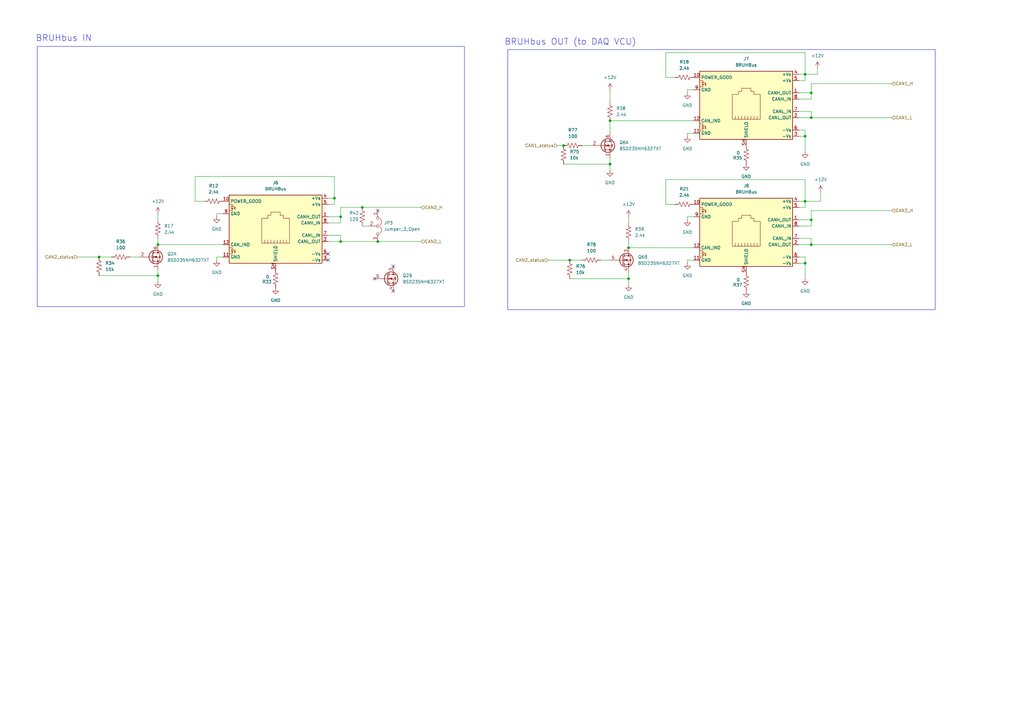
<source format=kicad_sch>
(kicad_sch (version 20250114) (generator "eeschema") (generator_version "9.0")
  (paper "A3")
  (lib_symbols
    (symbol "BFR Connectors:BRUHbus"
      (property "Reference" "J" (at 0 19.05 0))
      (property "Value" "BRUHBus" (at 0 16.51 0))
      (symbol "BRUHbus_0_1"
        (rectangle (start -19.05 13.97) (end 19.05 -13.97) (stroke (width 0.254)) (fill (type background)))
        (polyline (pts (xy -19.05 10.16) (xy -17.78 10.16)))
        (polyline (pts (xy -19.05 7.62) (xy -17.78 7.62)))
        (polyline (pts (xy -19.05 -7.62) (xy -17.78 -7.62)))
        (polyline (pts (xy -19.05 -10.16) (xy -17.78 -10.16)))
        (polyline (pts (xy -18.288 8.382) (xy -17.272 8.382)))
        (polyline (pts (xy -18.288 -9.398) (xy -17.272 -9.398)))
        (polyline (pts (xy -17.78 10.16) (xy -17.78 9.398)))
        (polyline (pts (xy -17.78 8.382) (xy -18.288 9.398) (xy -17.272 9.398) (xy -17.78 8.382)))
        (polyline (pts (xy -17.78 7.62) (xy -17.78 8.382)))
        (polyline (pts (xy -17.78 -7.62) (xy -17.78 -8.382)))
        (polyline (pts (xy -17.78 -9.398) (xy -18.288 -8.382) (xy -17.272 -8.382) (xy -17.78 -9.398)))
        (polyline (pts (xy -17.78 -10.16) (xy -17.78 -9.398)))
        (polyline (pts (xy -17.018 9.271) (xy -16.51 8.763) (xy -16.891 8.89)))
        (polyline (pts (xy -17.018 8.636) (xy -16.51 8.128) (xy -16.891 8.255)))
        (polyline (pts (xy -17.018 -8.509) (xy -16.51 -9.017) (xy -16.891 -8.89)))
        (polyline (pts (xy -17.018 -9.144) (xy -16.51 -9.652) (xy -16.891 -9.525)))
        (polyline (pts (xy -16.5175 -9.6461) (xy -16.6445 -9.2651)))
        (polyline (pts (xy -16.51 8.763) (xy -16.637 9.144)))
        (polyline (pts (xy -16.51 8.128) (xy -16.637 8.509)))
        (polyline (pts (xy -16.51 -9.017) (xy -16.637 -8.636)))
        (polyline (pts (xy -4.445 -4.445) (xy -4.445 -5.715)))
        (polyline (pts (xy -3.175 -4.445) (xy -3.175 -5.715)))
        (polyline (pts (xy -1.905 -4.445) (xy -1.905 -5.715) (xy -1.905 -5.715)))
        (polyline (pts (xy -0.635 -5.715) (xy -0.635 -4.445) (xy -0.635 -4.445)))
        (polyline (pts (xy 0.635 -5.715) (xy 0.635 -4.445) (xy 0.635 -4.445)))
        (polyline (pts (xy 1.905 -5.715) (xy 1.905 -4.445) (xy 1.905 -4.445)))
        (polyline (pts (xy 3.175 -5.715) (xy 3.175 -4.445) (xy 3.175 -4.445)))
        (polyline (pts (xy 4.445 -5.715) (xy 4.445 -4.445) (xy 4.445 -4.445)))
        (polyline (pts (xy 5.715 -5.715) (xy -5.715 -5.715) (xy -5.715 4.445) (xy -3.175 4.445) (xy -3.175 5.715) (xy -1.905 5.715) (xy -1.905 6.985) (xy 1.905 6.985) (xy 1.905 5.715) (xy 3.175 5.715) (xy 3.175 4.445) (xy 5.715 4.445) (xy 5.715 -5.715) (xy 5.715 -5.715)))
      )
      (symbol "BRUHbus_1_1"
        (pin passive line (at -21.59 11.43 0) (length 2.54) (name "POWER_GOOD") (number "10"))
        (pin passive line (at -21.59 6.35 0) (length 2.54) (name "GND") (number "9"))
        (pin passive line (at -21.59 -6.35 0) (length 2.54) (name "CAN_IND") (number "12"))
        (pin passive line (at -21.59 -11.43 0) (length 2.54) (name "GND") (number "11"))
        (pin passive line (at 0 -16.51 90) (length 2.54) (name "SHIELD") (number "SH"))
        (pin passive line (at 21.59 12.7 180) (length 2.54) (name "+Vs") (number "4"))
        (pin passive line (at 21.59 10.16 180) (length 2.54) (name "+Vs") (number "5"))
        (pin passive line (at 21.59 5.08 180) (length 2.54) (name "CANH_OUT") (number "1"))
        (pin passive line (at 21.59 2.54 180) (length 2.54) (name "CANH_IN") (number "8"))
        (pin passive line (at 21.59 -2.54 180) (length 2.54) (name "CANL_IN") (number "7"))
        (pin passive line (at 21.59 -5.08 180) (length 2.54) (name "CANL_OUT") (number "2"))
        (pin passive line (at 21.59 -10.16 180) (length 2.54) (name "-Vs") (number "6"))
        (pin passive line (at 21.59 -12.7 180) (length 2.54) (name "-Vs") (number "3"))
      )
    )
    (symbol "BFR Resistors:RMCF0603FT100R" (pin_numbers (hide yes))
      (property "Reference" "R" (at 0 2.54 0))
      (property "Value" "100" (at 1.27 2.54 0))
      (symbol "RMCF0603FT100R_0_1"
        (polyline (pts (xy -2.286 0) (xy -2.54 0)))
        (polyline (pts (xy -2.286 0) (xy -1.905 1.016) (xy -1.524 0) (xy -1.143 -1.016) (xy -0.762 0)))
        (polyline (pts (xy -0.762 0) (xy -0.381 1.016) (xy 0 0) (xy 0.381 -1.016) (xy 0.762 0)))
        (polyline (pts (xy 0.762 0) (xy 1.143 1.016) (xy 1.524 0) (xy 1.905 -1.016) (xy 2.286 0)))
        (polyline (pts (xy 2.286 0) (xy 2.54 0)))
      )
      (symbol "RMCF0603FT100R_1_1"
        (pin passive line (at -3.81 0 0) (length 1.27) (name "~") (number "1"))
        (pin passive line (at 3.81 0 180) (length 1.27) (name "~") (number "2"))
      )
    )
    (symbol "BFR Resistors:RMCF0603FT10K0" (pin_numbers (hide yes))
      (property "Reference" "R" (at 0 2.54 0))
      (property "Value" "10k" (at 1.27 2.54 0))
      (symbol "RMCF0603FT10K0_0_1"
        (polyline (pts (xy -2.286 0) (xy -2.54 0)))
        (polyline (pts (xy -2.286 0) (xy -1.905 1.016) (xy -1.524 0) (xy -1.143 -1.016) (xy -0.762 0)))
        (polyline (pts (xy -0.762 0) (xy -0.381 1.016) (xy 0 0) (xy 0.381 -1.016) (xy 0.762 0)))
        (polyline (pts (xy 0.762 0) (xy 1.143 1.016) (xy 1.524 0) (xy 1.905 -1.016) (xy 2.286 0)))
        (polyline (pts (xy 2.286 0) (xy 2.54 0)))
      )
      (symbol "RMCF0603FT10K0_1_1"
        (pin passive line (at -3.81 0 0) (length 1.27) (name "~") (number "1"))
        (pin passive line (at 3.81 0 180) (length 1.27) (name "~") (number "2"))
      )
    )
    (symbol "BFR Resistors:RMCF0603FT120R" (pin_numbers (hide yes))
      (property "Reference" "R" (at 0 2.54 0))
      (property "Value" "120" (at 1.27 2.54 0))
      (symbol "RMCF0603FT120R_0_1"
        (polyline (pts (xy -2.286 0) (xy -2.54 0)))
        (polyline (pts (xy -2.286 0) (xy -1.905 1.016) (xy -1.524 0) (xy -1.143 -1.016) (xy -0.762 0)))
        (polyline (pts (xy -0.762 0) (xy -0.381 1.016) (xy 0 0) (xy 0.381 -1.016) (xy 0.762 0)))
        (polyline (pts (xy 0.762 0) (xy 1.143 1.016) (xy 1.524 0) (xy 1.905 -1.016) (xy 2.286 0)))
        (polyline (pts (xy 2.286 0) (xy 2.54 0)))
      )
      (symbol "RMCF0603FT120R_1_1"
        (pin passive line (at -3.81 0 0) (length 1.27) (name "~") (number "1"))
        (pin passive line (at 3.81 0 180) (length 1.27) (name "~") (number "2"))
      )
    )
    (symbol "BFR Resistors:RMCF0603FT2K40" (pin_numbers (hide yes))
      (property "Reference" "R" (at 0 2.54 0))
      (property "Value" "2.4k" (at 1.27 2.54 0))
      (symbol "RMCF0603FT2K40_0_1"
        (polyline (pts (xy -2.286 0) (xy -2.54 0)))
        (polyline (pts (xy -2.286 0) (xy -1.905 1.016) (xy -1.524 0) (xy -1.143 -1.016) (xy -0.762 0)))
        (polyline (pts (xy -0.762 0) (xy -0.381 1.016) (xy 0 0) (xy 0.381 -1.016) (xy 0.762 0)))
        (polyline (pts (xy 0.762 0) (xy 1.143 1.016) (xy 1.524 0) (xy 1.905 -1.016) (xy 2.286 0)))
        (polyline (pts (xy 2.286 0) (xy 2.54 0)))
      )
      (symbol "RMCF0603FT2K40_1_1"
        (pin passive line (at -3.81 0 0) (length 1.27) (name "~") (number "1"))
        (pin passive line (at 3.81 0 180) (length 1.27) (name "~") (number "2"))
      )
    )
    (symbol "BRUHbus_2"
      (property "Reference" "J" (at 0 19.05 0))
      (property "Value" "BRUHBus" (at 0 16.51 0))
      (symbol "BRUHbus_2_0_1"
        (rectangle (start -19.05 13.97) (end 19.05 -13.97) (stroke (width 0.254)) (fill (type background)))
        (polyline (pts (xy -19.05 10.16) (xy -17.78 10.16)))
        (polyline (pts (xy -19.05 7.62) (xy -17.78 7.62)))
        (polyline (pts (xy -19.05 -7.62) (xy -17.78 -7.62)))
        (polyline (pts (xy -19.05 -10.16) (xy -17.78 -10.16)))
        (polyline (pts (xy -18.288 8.382) (xy -17.272 8.382)))
        (polyline (pts (xy -18.288 -9.398) (xy -17.272 -9.398)))
        (polyline (pts (xy -17.78 10.16) (xy -17.78 9.398)))
        (polyline (pts (xy -17.78 8.382) (xy -18.288 9.398) (xy -17.272 9.398) (xy -17.78 8.382)))
        (polyline (pts (xy -17.78 7.62) (xy -17.78 8.382)))
        (polyline (pts (xy -17.78 -7.62) (xy -17.78 -8.382)))
        (polyline (pts (xy -17.78 -9.398) (xy -18.288 -8.382) (xy -17.272 -8.382) (xy -17.78 -9.398)))
        (polyline (pts (xy -17.78 -10.16) (xy -17.78 -9.398)))
        (polyline (pts (xy -17.018 9.271) (xy -16.51 8.763) (xy -16.891 8.89)))
        (polyline (pts (xy -17.018 8.636) (xy -16.51 8.128) (xy -16.891 8.255)))
        (polyline (pts (xy -17.018 -8.509) (xy -16.51 -9.017) (xy -16.891 -8.89)))
        (polyline (pts (xy -17.018 -9.144) (xy -16.51 -9.652) (xy -16.891 -9.525)))
        (polyline (pts (xy -16.5175 -9.6461) (xy -16.6445 -9.2651)))
        (polyline (pts (xy -16.51 8.763) (xy -16.637 9.144)))
        (polyline (pts (xy -16.51 8.128) (xy -16.637 8.509)))
        (polyline (pts (xy -16.51 -9.017) (xy -16.637 -8.636)))
        (polyline (pts (xy -4.445 -4.445) (xy -4.445 -5.715)))
        (polyline (pts (xy -3.175 -4.445) (xy -3.175 -5.715)))
        (polyline (pts (xy -1.905 -4.445) (xy -1.905 -5.715) (xy -1.905 -5.715)))
        (polyline (pts (xy -0.635 -5.715) (xy -0.635 -4.445) (xy -0.635 -4.445)))
        (polyline (pts (xy 0.635 -5.715) (xy 0.635 -4.445) (xy 0.635 -4.445)))
        (polyline (pts (xy 1.905 -5.715) (xy 1.905 -4.445) (xy 1.905 -4.445)))
        (polyline (pts (xy 3.175 -5.715) (xy 3.175 -4.445) (xy 3.175 -4.445)))
        (polyline (pts (xy 4.445 -5.715) (xy 4.445 -4.445) (xy 4.445 -4.445)))
        (polyline (pts (xy 5.715 -5.715) (xy -5.715 -5.715) (xy -5.715 4.445) (xy -3.175 4.445) (xy -3.175 5.715) (xy -1.905 5.715) (xy -1.905 6.985) (xy 1.905 6.985) (xy 1.905 5.715) (xy 3.175 5.715) (xy 3.175 4.445) (xy 5.715 4.445) (xy 5.715 -5.715) (xy 5.715 -5.715)))
      )
      (symbol "BRUHbus_2_1_1"
        (pin passive line (at -21.59 11.43 0) (length 2.54) (name "POWER_GOOD") (number "10"))
        (pin passive line (at -21.59 6.35 0) (length 2.54) (name "GND") (number "9"))
        (pin passive line (at -21.59 -6.35 0) (length 2.54) (name "CAN_IND") (number "12"))
        (pin passive line (at -21.59 -11.43 0) (length 2.54) (name "GND") (number "11"))
        (pin passive line (at 0 -16.51 90) (length 2.54) (name "SHIELD") (number "SH"))
        (pin passive line (at 21.59 12.7 180) (length 2.54) (name "+Vs") (number "4"))
        (pin passive line (at 21.59 10.16 180) (length 2.54) (name "+Vs") (number "5"))
        (pin passive line (at 21.59 5.08 180) (length 2.54) (name "CANH_OUT") (number "1"))
        (pin passive line (at 21.59 2.54 180) (length 2.54) (name "CANH_IN") (number "8"))
        (pin passive line (at 21.59 -2.54 180) (length 2.54) (name "CANL_IN") (number "7"))
        (pin passive line (at 21.59 -5.08 180) (length 2.54) (name "CANL_OUT") (number "2"))
        (pin passive line (at 21.59 -10.16 180) (length 2.54) (name "-Vs") (number "6"))
        (pin passive line (at 21.59 -12.7 180) (length 2.54) (name "-Vs") (number "3"))
      )
    )
    (symbol "BRUHbus_3"
      (property "Reference" "J" (at 0 19.05 0))
      (property "Value" "BRUHBus" (at 0 16.51 0))
      (symbol "BRUHbus_3_0_1"
        (rectangle (start -19.05 13.97) (end 19.05 -13.97) (stroke (width 0.254)) (fill (type background)))
        (polyline (pts (xy -19.05 10.16) (xy -17.78 10.16)))
        (polyline (pts (xy -19.05 7.62) (xy -17.78 7.62)))
        (polyline (pts (xy -19.05 -7.62) (xy -17.78 -7.62)))
        (polyline (pts (xy -19.05 -10.16) (xy -17.78 -10.16)))
        (polyline (pts (xy -18.288 8.382) (xy -17.272 8.382)))
        (polyline (pts (xy -18.288 -9.398) (xy -17.272 -9.398)))
        (polyline (pts (xy -17.78 10.16) (xy -17.78 9.398)))
        (polyline (pts (xy -17.78 8.382) (xy -18.288 9.398) (xy -17.272 9.398) (xy -17.78 8.382)))
        (polyline (pts (xy -17.78 7.62) (xy -17.78 8.382)))
        (polyline (pts (xy -17.78 -7.62) (xy -17.78 -8.382)))
        (polyline (pts (xy -17.78 -9.398) (xy -18.288 -8.382) (xy -17.272 -8.382) (xy -17.78 -9.398)))
        (polyline (pts (xy -17.78 -10.16) (xy -17.78 -9.398)))
        (polyline (pts (xy -17.018 9.271) (xy -16.51 8.763) (xy -16.891 8.89)))
        (polyline (pts (xy -17.018 8.636) (xy -16.51 8.128) (xy -16.891 8.255)))
        (polyline (pts (xy -17.018 -8.509) (xy -16.51 -9.017) (xy -16.891 -8.89)))
        (polyline (pts (xy -17.018 -9.144) (xy -16.51 -9.652) (xy -16.891 -9.525)))
        (polyline (pts (xy -16.5175 -9.6461) (xy -16.6445 -9.2651)))
        (polyline (pts (xy -16.51 8.763) (xy -16.637 9.144)))
        (polyline (pts (xy -16.51 8.128) (xy -16.637 8.509)))
        (polyline (pts (xy -16.51 -9.017) (xy -16.637 -8.636)))
        (polyline (pts (xy -4.445 -4.445) (xy -4.445 -5.715)))
        (polyline (pts (xy -3.175 -4.445) (xy -3.175 -5.715)))
        (polyline (pts (xy -1.905 -4.445) (xy -1.905 -5.715) (xy -1.905 -5.715)))
        (polyline (pts (xy -0.635 -5.715) (xy -0.635 -4.445) (xy -0.635 -4.445)))
        (polyline (pts (xy 0.635 -5.715) (xy 0.635 -4.445) (xy 0.635 -4.445)))
        (polyline (pts (xy 1.905 -5.715) (xy 1.905 -4.445) (xy 1.905 -4.445)))
        (polyline (pts (xy 3.175 -5.715) (xy 3.175 -4.445) (xy 3.175 -4.445)))
        (polyline (pts (xy 4.445 -5.715) (xy 4.445 -4.445) (xy 4.445 -4.445)))
        (polyline (pts (xy 5.715 -5.715) (xy -5.715 -5.715) (xy -5.715 4.445) (xy -3.175 4.445) (xy -3.175 5.715) (xy -1.905 5.715) (xy -1.905 6.985) (xy 1.905 6.985) (xy 1.905 5.715) (xy 3.175 5.715) (xy 3.175 4.445) (xy 5.715 4.445) (xy 5.715 -5.715) (xy 5.715 -5.715)))
      )
      (symbol "BRUHbus_3_1_1"
        (pin passive line (at -21.59 11.43 0) (length 2.54) (name "POWER_GOOD") (number "10"))
        (pin passive line (at -21.59 6.35 0) (length 2.54) (name "GND") (number "9"))
        (pin passive line (at -21.59 -6.35 0) (length 2.54) (name "CAN_IND") (number "12"))
        (pin passive line (at -21.59 -11.43 0) (length 2.54) (name "GND") (number "11"))
        (pin passive line (at 0 -16.51 90) (length 2.54) (name "SHIELD") (number "SH"))
        (pin passive line (at 21.59 12.7 180) (length 2.54) (name "+Vs") (number "4"))
        (pin passive line (at 21.59 10.16 180) (length 2.54) (name "+Vs") (number "5"))
        (pin passive line (at 21.59 5.08 180) (length 2.54) (name "CANH_OUT") (number "1"))
        (pin passive line (at 21.59 2.54 180) (length 2.54) (name "CANH_IN") (number "8"))
        (pin passive line (at 21.59 -2.54 180) (length 2.54) (name "CANL_IN") (number "7"))
        (pin passive line (at 21.59 -5.08 180) (length 2.54) (name "CANL_OUT") (number "2"))
        (pin passive line (at 21.59 -10.16 180) (length 2.54) (name "-Vs") (number "6"))
        (pin passive line (at 21.59 -12.7 180) (length 2.54) (name "-Vs") (number "3"))
      )
    )
    (symbol "Jumper:Jumper_3_Open" (pin_names (offset 0) (hide yes)) (in_bom no)
      (property "Reference" "JP" (at -2.54 -2.54 0))
      (property "Value" "Jumper_3_Open" (at 0 2.794 0))
      (symbol "Jumper_3_Open_0_0"
        (circle (center -3.302 0) (radius 0.508))
        (circle (center 0 0) (radius 0.508))
        (circle (center 3.302 0) (radius 0.508))
      )
      (symbol "Jumper_3_Open_0_1"
        (arc (start -3.048 1.016) (mid -1.651 1.4992) (end -0.254 1.016))
        (polyline (pts (xy 0 -0.508) (xy 0 -1.27)))
        (arc (start 0.254 1.016) (mid 1.651 1.4992) (end 3.048 1.016))
      )
      (symbol "Jumper_3_Open_1_1"
        (pin passive line (at -6.35 0 0) (length 2.54) (name "A") (number "1"))
        (pin passive line (at 0 -3.81 90) (length 2.54) (name "C") (number "2"))
        (pin passive line (at 6.35 0 180) (length 2.54) (name "B") (number "3"))
      )
    )
    (symbol "Transistor_FET:Q_Dual_NMOS_S1G1D2S2G2D1" (pin_names (offset 0) (hide yes))
      (property "Reference" "Q" (at 5.08 1.905 0))
      (property "Value" "Q_Dual_NMOS_S1G1D2S2G2D1" (at 5.08 0 0))
      (symbol "Q_Dual_NMOS_S1G1D2S2G2D1_0_1"
        (polyline (pts (xy 0.254 1.905) (xy 0.254 -1.905)) (stroke (width 0.254)))
        (polyline (pts (xy 0.254 0) (xy -2.54 0)))
        (polyline (pts (xy 0.762 2.286) (xy 0.762 1.27)) (stroke (width 0.254)))
        (polyline (pts (xy 0.762 0.508) (xy 0.762 -0.508)) (stroke (width 0.254)))
        (polyline (pts (xy 0.762 -1.27) (xy 0.762 -2.286)) (stroke (width 0.254)))
        (polyline (pts (xy 0.762 -1.778) (xy 3.302 -1.778) (xy 3.302 1.778) (xy 0.762 1.778)))
        (polyline (pts (xy 1.016 0) (xy 2.032 0.381) (xy 2.032 -0.381) (xy 1.016 0)) (fill (type outline)))
        (circle (center 1.651 0) (radius 2.794) (stroke (width 0.254)))
        (polyline (pts (xy 2.54 2.54) (xy 2.54 1.778)))
        (circle (center 2.54 1.778) (radius 0.254) (fill (type outline)))
        (circle (center 2.54 -1.778) (radius 0.254) (fill (type outline)))
        (polyline (pts (xy 2.54 -2.54) (xy 2.54 0) (xy 0.762 0)))
        (polyline (pts (xy 2.921 0.381) (xy 3.683 0.381)))
        (polyline (pts (xy 3.302 0.381) (xy 2.921 -0.254) (xy 3.683 -0.254) (xy 3.302 0.381)))
      )
      (symbol "Q_Dual_NMOS_S1G1D2S2G2D1_1_1"
        (pin input line (at -5.08 0 0) (length 2.54) (name "G") (number "2"))
        (pin passive line (at 2.54 5.08 270) (length 2.54) (name "D") (number "6"))
        (pin passive line (at 2.54 -5.08 90) (length 2.54) (name "S") (number "1"))
      )
      (symbol "Q_Dual_NMOS_S1G1D2S2G2D1_2_1"
        (pin input line (at -5.08 0 0) (length 2.54) (name "G") (number "5"))
        (pin passive line (at 2.54 5.08 270) (length 2.54) (name "D") (number "3"))
        (pin passive line (at 2.54 -5.08 90) (length 2.54) (name "S") (number "4"))
      )
    )
    (symbol "bfr_resistors:RMCF0805ZT0R00" (pin_numbers (hide yes))
      (property "Reference" "R" (at 0 2.54 0))
      (property "Value" "0" (at 1.27 2.54 0))
      (symbol "RMCF0805ZT0R00_0_1"
        (polyline (pts (xy -2.286 0) (xy -2.54 0)))
        (polyline (pts (xy -2.286 0) (xy -1.905 1.016) (xy -1.524 0) (xy -1.143 -1.016) (xy -0.762 0)))
        (polyline (pts (xy -0.762 0) (xy -0.381 1.016) (xy 0 0) (xy 0.381 -1.016) (xy 0.762 0)))
        (polyline (pts (xy 0.762 0) (xy 1.143 1.016) (xy 1.524 0) (xy 1.905 -1.016) (xy 2.286 0)))
        (polyline (pts (xy 2.286 0) (xy 2.54 0)))
      )
      (symbol "RMCF0805ZT0R00_1_1"
        (pin passive line (at -3.81 0 0) (length 1.27) (name "~") (number "1"))
        (pin passive line (at 3.81 0 180) (length 1.27) (name "~") (number "2"))
      )
    )
    (symbol "power:+12V" (power) (pin_numbers (hide yes)) (pin_names (offset 0) (hide yes))
      (property "Value" "+12V" (at 0 3.556 0))
      (symbol "+12V_0_1"
        (polyline (pts (xy -0.762 1.27) (xy 0 2.54)))
        (polyline (pts (xy 0 2.54) (xy 0.762 1.27)))
        (polyline (pts (xy 0 0) (xy 0 2.54)))
      )
      (symbol "+12V_1_1"
        (pin power_in line (at 0 0 90) (length 0) (name "~") (number "1"))
      )
    )
    (symbol "power:GND" (power) (pin_numbers (hide yes)) (pin_names (offset 0) (hide yes))
      (property "Value" "GND" (at 0 -3.81 0))
      (symbol "GND_0_1"
        (polyline (pts (xy 0 0) (xy 0 -1.27) (xy 1.27 -1.27) (xy 0 -2.54) (xy -1.27 -1.27) (xy 0 -1.27)))
      )
      (symbol "GND_1_1"
        (pin power_in line (at 0 0 270) (length 0) (name "~") (number "1"))
      )
    )
  )
  (rectangle (start 15.24 19.05) (end 190.5 125.73))
  (rectangle (start 208.28 20.32) (end 383.54 127))
  (text "BRUHbus IN\n" (at 26.162 15.748 0) (effects (font (size 2.54 2.54))))
  (text "BRUHbus OUT (to DAQ VCU)\n" (at 233.934 17.272 0) (effects (font (size 2.54 2.54))))
  (junction (at 330.2 55.88))
  (junction (at 332.74 90.17))
  (junction (at 148.59 85.09))
  (junction (at 139.7 99.06))
  (junction (at 154.94 99.06))
  (junction (at 40.64 105.41))
  (junction (at 332.74 38.1))
  (junction (at 257.81 114.3))
  (junction (at 233.68 106.68))
  (junction (at 250.19 49.53))
  (junction (at 231.14 59.69))
  (junction (at 330.2 30.48))
  (junction (at 64.77 100.33))
  (junction (at 250.19 67.31))
  (junction (at 332.74 100.33))
  (junction (at 330.2 82.55))
  (junction (at 332.74 48.26))
  (junction (at 64.77 113.03))
  (junction (at 257.81 101.6))
  (junction (at 137.16 81.28))
  (junction (at 330.2 107.95))
  (junction (at 139.7 88.9))
  (no_connect (at 161.29 119.38))
  (no_connect (at 153.67 114.3))
  (no_connect (at 154.94 86.36))
  (no_connect (at 161.29 109.22))
  (no_connect (at 134.62 104.14))
  (no_connect (at 134.62 106.68))
  (wire (pts (xy 327.66 85.09) (xy 330.2 85.09)))
  (wire (pts (xy 88.9 105.41) (xy 88.9 106.68)))
  (wire (pts (xy 281.94 88.9) (xy 281.94 90.17)))
  (wire (pts (xy 53.34 105.41) (xy 57.15 105.41)))
  (wire (pts (xy 148.59 85.09) (xy 172.72 85.09)))
  (wire (pts (xy 257.81 101.6) (xy 284.48 101.6)))
  (wire (pts (xy 276.86 83.82) (xy 273.05 83.82)))
  (wire (pts (xy 64.77 110.49) (xy 64.77 113.03)))
  (wire (pts (xy 332.74 97.79) (xy 332.74 100.33)))
  (wire (pts (xy 281.94 54.61) (xy 281.94 55.88)))
  (wire (pts (xy 139.7 85.09) (xy 148.59 85.09)))
  (wire (pts (xy 332.74 92.71) (xy 332.74 90.17)))
  (wire (pts (xy 134.62 83.82) (xy 137.16 83.82)))
  (wire (pts (xy 332.74 48.26) (xy 365.76 48.26)))
  (wire (pts (xy 332.74 100.33) (xy 365.76 100.33)))
  (wire (pts (xy 327.66 97.79) (xy 332.74 97.79)))
  (wire (pts (xy 134.62 91.44) (xy 139.7 91.44)))
  (wire (pts (xy 64.77 100.33) (xy 91.44 100.33)))
  (wire (pts (xy 332.74 34.29) (xy 365.76 34.29)))
  (wire (pts (xy 330.2 82.55) (xy 327.66 82.55)))
  (wire (pts (xy 233.68 106.68) (xy 238.76 106.68)))
  (wire (pts (xy 134.62 96.52) (xy 139.7 96.52)))
  (wire (pts (xy 137.16 72.39) (xy 137.16 81.28)))
  (wire (pts (xy 327.66 48.26) (xy 332.74 48.26)))
  (wire (pts (xy 88.9 87.63) (xy 88.9 88.9)))
  (wire (pts (xy 330.2 30.48) (xy 335.28 30.48)))
  (wire (pts (xy 330.2 30.48) (xy 327.66 30.48)))
  (wire (pts (xy 40.64 105.41) (xy 45.72 105.41)))
  (wire (pts (xy 330.2 73.66) (xy 330.2 82.55)))
  (wire (pts (xy 332.74 86.36) (xy 332.74 90.17)))
  (wire (pts (xy 284.48 106.68) (xy 281.94 106.68)))
  (wire (pts (xy 327.66 33.02) (xy 330.2 33.02)))
  (wire (pts (xy 257.81 99.06) (xy 257.81 101.6)))
  (wire (pts (xy 332.74 40.64) (xy 332.74 38.1)))
  (wire (pts (xy 40.64 113.03) (xy 64.77 113.03)))
  (wire (pts (xy 64.77 87.63) (xy 64.77 90.17)))
  (wire (pts (xy 91.44 105.41) (xy 88.9 105.41)))
  (wire (pts (xy 257.81 88.9) (xy 257.81 91.44)))
  (wire (pts (xy 284.48 54.61) (xy 281.94 54.61)))
  (wire (pts (xy 327.66 92.71) (xy 332.74 92.71)))
  (wire (pts (xy 273.05 83.82) (xy 273.05 73.66)))
  (wire (pts (xy 284.48 36.83) (xy 281.94 36.83)))
  (wire (pts (xy 332.74 90.17) (xy 327.66 90.17)))
  (wire (pts (xy 137.16 83.82) (xy 137.16 81.28)))
  (wire (pts (xy 330.2 53.34) (xy 330.2 55.88)))
  (wire (pts (xy 250.19 49.53) (xy 250.19 54.61)))
  (wire (pts (xy 273.05 21.59) (xy 330.2 21.59)))
  (wire (pts (xy 327.66 100.33) (xy 332.74 100.33)))
  (wire (pts (xy 281.94 36.83) (xy 281.94 38.1)))
  (wire (pts (xy 231.14 67.31) (xy 250.19 67.31)))
  (wire (pts (xy 327.66 105.41) (xy 330.2 105.41)))
  (wire (pts (xy 250.19 49.53) (xy 284.48 49.53)))
  (wire (pts (xy 335.28 27.94) (xy 335.28 30.48)))
  (wire (pts (xy 64.77 113.03) (xy 64.77 115.57)))
  (wire (pts (xy 327.66 55.88) (xy 330.2 55.88)))
  (wire (pts (xy 327.66 40.64) (xy 332.74 40.64)))
  (wire (pts (xy 257.81 114.3) (xy 257.81 116.84)))
  (wire (pts (xy 250.19 64.77) (xy 250.19 67.31)))
  (wire (pts (xy 148.59 92.71) (xy 151.13 92.71)))
  (wire (pts (xy 281.94 106.68) (xy 281.94 107.95)))
  (wire (pts (xy 80.01 82.55) (xy 80.01 72.39)))
  (wire (pts (xy 330.2 33.02) (xy 330.2 30.48)))
  (wire (pts (xy 330.2 55.88) (xy 330.2 62.23)))
  (wire (pts (xy 246.38 106.68) (xy 250.19 106.68)))
  (wire (pts (xy 332.74 45.72) (xy 332.74 48.26)))
  (wire (pts (xy 332.74 38.1) (xy 327.66 38.1)))
  (wire (pts (xy 154.94 99.06) (xy 172.72 99.06)))
  (wire (pts (xy 327.66 53.34) (xy 330.2 53.34)))
  (wire (pts (xy 139.7 99.06) (xy 154.94 99.06)))
  (wire (pts (xy 330.2 82.55) (xy 336.55 82.55)))
  (wire (pts (xy 332.74 34.29) (xy 332.74 38.1)))
  (wire (pts (xy 336.55 78.74) (xy 336.55 82.55)))
  (wire (pts (xy 31.75 105.41) (xy 40.64 105.41)))
  (wire (pts (xy 83.82 82.55) (xy 80.01 82.55)))
  (wire (pts (xy 327.66 107.95) (xy 330.2 107.95)))
  (wire (pts (xy 139.7 91.44) (xy 139.7 88.9)))
  (wire (pts (xy 273.05 31.75) (xy 273.05 21.59)))
  (wire (pts (xy 250.19 67.31) (xy 250.19 69.85)))
  (wire (pts (xy 257.81 111.76) (xy 257.81 114.3)))
  (wire (pts (xy 231.14 59.69) (xy 228.6 59.69)))
  (wire (pts (xy 276.86 31.75) (xy 273.05 31.75)))
  (wire (pts (xy 273.05 73.66) (xy 330.2 73.66)))
  (wire (pts (xy 330.2 107.95) (xy 330.2 114.3)))
  (wire (pts (xy 250.19 36.83) (xy 250.19 41.91)))
  (wire (pts (xy 137.16 81.28) (xy 134.62 81.28)))
  (wire (pts (xy 134.62 99.06) (xy 139.7 99.06)))
  (wire (pts (xy 224.79 106.68) (xy 233.68 106.68)))
  (wire (pts (xy 330.2 105.41) (xy 330.2 107.95)))
  (wire (pts (xy 139.7 85.09) (xy 139.7 88.9)))
  (wire (pts (xy 233.68 114.3) (xy 257.81 114.3)))
  (wire (pts (xy 330.2 85.09) (xy 330.2 82.55)))
  (wire (pts (xy 139.7 96.52) (xy 139.7 99.06)))
  (wire (pts (xy 284.48 88.9) (xy 281.94 88.9)))
  (wire (pts (xy 139.7 88.9) (xy 134.62 88.9)))
  (wire (pts (xy 91.44 87.63) (xy 88.9 87.63)))
  (wire (pts (xy 238.76 59.69) (xy 242.57 59.69)))
  (wire (pts (xy 64.77 97.79) (xy 64.77 100.33)))
  (wire (pts (xy 80.01 72.39) (xy 137.16 72.39)))
  (wire (pts (xy 332.74 86.36) (xy 365.76 86.36)))
  (wire (pts (xy 330.2 21.59) (xy 330.2 30.48)))
  (wire (pts (xy 327.66 45.72) (xy 332.74 45.72)))
  (hierarchical_label "CAN1_H" (shape input) (at 365.76 34.29 0))
  (hierarchical_label "CAN1_status" (shape input) (at 228.6 59.69 180))
  (hierarchical_label "CAN2_H" (shape input) (at 172.72 85.09 0))
  (hierarchical_label "CAN2_status" (shape input) (at 31.75 105.41 180))
  (hierarchical_label "CAN2_H" (shape input) (at 365.76 86.36 0))
  (hierarchical_label "CAN2_status" (shape input) (at 224.79 106.68 180))
  (hierarchical_label "CAN1_L" (shape input) (at 365.76 48.26 0))
  (hierarchical_label "CAN2_L" (shape input) (at 365.76 100.33 0))
  (hierarchical_label "CAN2_L" (shape input) (at 172.72 99.06 0))
  (symbol (lib_name "BRUHbus_2") (lib_id "BFR Connectors:BRUHbus") (at 113.03 93.98 0) (unit 1)
    (property "Reference" "J6" (at 113.03 74.93 0))
    (property "Value" "BRUHBus" (at 113.03 77.47 0))
    (property "Footprint" "Connector_RJ:RJ45_Amphenol_RJHSE538X" (effects (hide yes)))
    (property "Datasheet" "https://app.adam-tech.com/products/download/data_sheet/203879/mtj-88arx1-fsm-lg-data-sheet.pdf" (effects (hide yes)))
    (property "Description" "BRUHBus Connector" (effects (hide yes)))
    (property "Manufacturer P/N" "MTJ-88ARX1-FSM-LG" (effects (hide yes)))
    (property "Manufacturer" "Adam Tech" (effects (hide yes)))
    (property "Digikey P/N" "2057-MTJ-88ARX1-FSM-LG-ND" (effects (hide yes)))
    (property "Mouser P/N" "737-MTJ88ARX1FSMLG " (effects (hide yes)))
    (property "JLC Basic Part" "No" (effects (hide yes)))
    (property "Order From" "Mouser" (effects (hide yes)))
    (property "Created By" "Manual Entry" (effects (hide yes)))
  )
  (symbol (lib_id "power:GND") (at 281.94 107.95 0) (unit 1)
    (property "Reference" "#PWR0139" (effects (hide yes)))
    (property "Value" "GND" (at 281.94 113.03 0))
    (property "Description" "Power symbol creates a global label with name \"GND\" , ground" (effects (hide yes)))
  )
  (symbol (lib_id "power:GND") (at 64.77 115.57 0) (unit 1)
    (property "Reference" "#PWR0104" (effects (hide yes)))
    (property "Value" "GND" (at 64.77 120.65 0))
    (property "Description" "Power symbol creates a global label with name \"GND\" , ground" (effects (hide yes)))
  )
  (symbol (lib_id "power:GND") (at 281.94 55.88 0) (unit 1)
    (property "Reference" "#PWR0137" (effects (hide yes)))
    (property "Value" "GND" (at 281.94 60.96 0))
    (property "Description" "Power symbol creates a global label with name \"GND\" , ground" (effects (hide yes)))
  )
  (symbol (lib_id "BFR Resistors:RMCF0603FT100R") (at 49.53 105.41 0) (unit 1)
    (property "Reference" "R36" (at 49.53 99.06 0))
    (property "Value" "100" (at 49.53 101.6 0))
    (property "Footprint" "Resistor_SMD:R_0603_1608Metric_Pad0.98x0.95mm_HandSolder" (effects (hide yes)))
    (property "Datasheet" "https://www.seielect.com/catalog/sei-rmcf_rmcp.pdf" (effects (hide yes)))
    (property "Description" "100Ω 0603 JLCPCB Basic Resistor" (effects (hide yes)))
    (property "Sim.Device" "SUBCKT" (effects (hide yes)))
    (property "Sim.Pins" "1=P1 2=P2" (effects (hide yes)))
    (property "Sim.Library" "${BFRUH_DIR}/Electronics/spice_models/bfr_resistors/RMCF0603FT100R.lib" (effects (hide yes)))
    (property "Sim.Name" "RMCF0603FT100R" (effects (hide yes)))
    (property "Pretty Name" "100Ω 0603 Resistor" (effects (hide yes)))
    (property "Order From" "LCSC" (effects (hide yes)))
    (property "Digikey P/N" "RMCF0603FT100RCT-ND" (effects (hide yes)))
    (property "Mouser P/N" "708-RMCF0603FT100R" (effects (hide yes)))
    (property "LCSC P/N" "C22775" (effects (hide yes)))
    (property "JLCPCB Basic Part" "Yes" (effects (hide yes)))
    (property "Created by" "resistor_generator.py script using e24_resistor_bible_spec.txt" (effects (hide yes)))
  )
  (symbol (lib_id "bfr_resistors:RMCF0805ZT0R00") (at 306.07 63.5 90) (unit 1)
    (property "Reference" "R35" (at 302.514 64.77 90))
    (property "Value" "0" (at 302.768 62.738 90))
    (property "Footprint" "Resistor_SMD:R_0805_2012Metric_Pad1.20x1.40mm_HandSolder" (effects (hide yes)))
    (property "Datasheet" "https://www.seielect.com/catalog/sei-rmcf_rmcp.pdf" (effects (hide yes)))
    (property "Description" "0Ω 0805 JLCPCB Basic Resistor" (effects (hide yes)))
    (property "Sim.Device" "SUBCKT" (effects (hide yes)))
    (property "Sim.Pins" "1=P1 2=P2" (effects (hide yes)))
    (property "Sim.Library" "${BFRUH_DIR}/Electronics/spice_models/bfr_resistors/RMCF0805ZT0R00.lib" (effects (hide yes)))
    (property "Sim.Name" "RMCF0805ZT0R00" (effects (hide yes)))
    (property "Pretty Name" "0Ω 0805 Resistor" (effects (hide yes)))
    (property "Order From" "LCSC" (effects (hide yes)))
    (property "Digikey P/N" "RMCF0805ZT0R00CT-ND" (effects (hide yes)))
    (property "Mouser P/N" "708-RMCF0805ZT0R00" (effects (hide yes)))
    (property "LCSC P/N" "C17477" (effects (hide yes)))
    (property "JLCPCB Basic Part" "Yes" (effects (hide yes)))
    (property "Created by" "resistor_generator.py script using e24_resistor_bible_spec.txt" (effects (hide yes)))
    (property "LCSC Part #" "C17477" (effects (hide yes)))
  )
  (symbol (lib_id "power:GND") (at 330.2 114.3 0) (unit 1)
    (property "Reference" "#PWR0141" (effects (hide yes)))
    (property "Value" "GND" (at 330.2 119.38 0))
    (property "Description" "Power symbol creates a global label with name \"GND\" , ground" (effects (hide yes)))
  )
  (symbol (lib_id "power:GND") (at 257.81 116.84 0) (unit 1)
    (property "Reference" "#PWR0135" (effects (hide yes)))
    (property "Value" "GND" (at 257.81 121.92 0))
    (property "Description" "Power symbol creates a global label with name \"GND\" , ground" (effects (hide yes)))
  )
  (symbol (lib_id "power:GND") (at 250.19 69.85 0) (unit 1)
    (property "Reference" "#PWR0133" (effects (hide yes)))
    (property "Value" "GND" (at 250.19 74.93 0))
    (property "Description" "Power symbol creates a global label with name \"GND\" , ground" (effects (hide yes)))
  )
  (symbol (lib_id "BFR Resistors:RMCF0603FT2K40") (at 280.67 83.82 0) (unit 1)
    (property "Reference" "R21" (at 280.67 77.47 0))
    (property "Value" "2.4k" (at 280.67 80.01 0))
    (property "Footprint" "Resistor_SMD:R_0603_1608Metric_Pad0.98x0.95mm_HandSolder" (effects (hide yes)))
    (property "Datasheet" "https://www.seielect.com/catalog/sei-rmcf_rmcp.pdf" (effects (hide yes)))
    (property "Description" "2.4kΩ 0603 JLCPCB Basic Resistor" (effects (hide yes)))
    (property "Sim.Device" "SUBCKT" (effects (hide yes)))
    (property "Sim.Pins" "1=P1 2=P2" (effects (hide yes)))
    (property "Sim.Library" "${BFRUH_DIR}/Electronics/spice_models/bfr_resistors/RMCF0603FT2K40.lib" (effects (hide yes)))
    (property "Sim.Name" "RMCF0603FT2K40" (effects (hide yes)))
    (property "Pretty Name" "2.4kΩ 0603 Resistor" (effects (hide yes)))
    (property "Order From" "LCSC" (effects (hide yes)))
    (property "Digikey P/N" "RMCF0603FT2K40CT-ND" (effects (hide yes)))
    (property "Mouser P/N" "708-RMCF0603FT2K40" (effects (hide yes)))
    (property "LCSC P/N" "C22940" (effects (hide yes)))
    (property "JLCPCB Basic Part" "Yes" (effects (hide yes)))
    (property "Created by" "resistor_generator.py script using e24_resistor_bible_spec.txt" (effects (hide yes)))
  )
  (symbol (lib_id "BFR Resistors:RMCF0603FT2K40") (at 280.67 31.75 0) (unit 1)
    (property "Reference" "R18" (at 280.67 25.4 0))
    (property "Value" "2.4k" (at 280.67 27.94 0))
    (property "Footprint" "Resistor_SMD:R_0603_1608Metric_Pad0.98x0.95mm_HandSolder" (effects (hide yes)))
    (property "Datasheet" "https://www.seielect.com/catalog/sei-rmcf_rmcp.pdf" (effects (hide yes)))
    (property "Description" "2.4kΩ 0603 JLCPCB Basic Resistor" (effects (hide yes)))
    (property "Sim.Device" "SUBCKT" (effects (hide yes)))
    (property "Sim.Pins" "1=P1 2=P2" (effects (hide yes)))
    (property "Sim.Library" "${BFRUH_DIR}/Electronics/spice_models/bfr_resistors/RMCF0603FT2K40.lib" (effects (hide yes)))
    (property "Sim.Name" "RMCF0603FT2K40" (effects (hide yes)))
    (property "Pretty Name" "2.4kΩ 0603 Resistor" (effects (hide yes)))
    (property "Order From" "LCSC" (effects (hide yes)))
    (property "Digikey P/N" "RMCF0603FT2K40CT-ND" (effects (hide yes)))
    (property "Mouser P/N" "708-RMCF0603FT2K40" (effects (hide yes)))
    (property "LCSC P/N" "C22940" (effects (hide yes)))
    (property "JLCPCB Basic Part" "Yes" (effects (hide yes)))
    (property "Created by" "resistor_generator.py script using e24_resistor_bible_spec.txt" (effects (hide yes)))
  )
  (symbol (lib_id "power:GND") (at 330.2 62.23 0) (unit 1)
    (property "Reference" "#PWR0140" (effects (hide yes)))
    (property "Value" "GND" (at 330.2 67.31 0))
    (property "Description" "Power symbol creates a global label with name \"GND\" , ground" (effects (hide yes)))
  )
  (symbol (lib_id "Transistor_FET:Q_Dual_NMOS_S1G1D2S2G2D1") (at 158.75 114.3 0) (unit 2)
    (property "Reference" "Q2" (at 165.1 113.0299 0) (effects (justify left)))
    (property "Value" "BSD235NH6327XT" (at 165.1 115.5699 0) (effects (justify left)))
    (property "Footprint" "Package_TO_SOT_SMD:SOT-363_SC-70-6_Handsoldering" (effects (hide yes)))
    (property "Datasheet" "https://www.mouser.com/datasheet/3/70/1/BSD235N_Rev2%205.pdf" (effects (hide yes)))
    (property "Description" "Dual NMOS transistor, 6 pin package" (effects (hide yes)))
  )
  (symbol (lib_id "BFR Resistors:RMCF0603FT10K0") (at 231.14 63.5 90) (unit 1)
    (property "Reference" "R75" (at 233.68 62.2299 90) (effects (justify right)))
    (property "Value" "10k" (at 233.68 64.7699 90) (effects (justify right)))
    (property "Footprint" "Resistor_SMD:R_0603_1608Metric_Pad0.98x0.95mm_HandSolder" (effects (hide yes)))
    (property "Datasheet" "https://www.seielect.com/catalog/sei-rmcf_rmcp.pdf" (effects (hide yes)))
    (property "Description" "10kΩ 0603 JLCPCB Basic Resistor" (effects (hide yes)))
    (property "Sim.Device" "SUBCKT" (effects (hide yes)))
    (property "Sim.Pins" "1=P1 2=P2" (effects (hide yes)))
    (property "Sim.Library" "${BFRUH_DIR}/Electronics/spice_models/bfr_resistors/RMCF0603FT10K0.lib" (effects (hide yes)))
    (property "Sim.Name" "RMCF0603FT10K0" (effects (hide yes)))
    (property "Pretty Name" "10kΩ 0603 Resistor" (effects (hide yes)))
    (property "Order From" "LCSC" (effects (hide yes)))
    (property "Digikey P/N" "RMCF0603FT10K0CT-ND" (effects (hide yes)))
    (property "Mouser P/N" "708-RMCF0603FT10K0" (effects (hide yes)))
    (property "LCSC P/N" "C25804" (effects (hide yes)))
    (property "JLCPCB Basic Part" "Yes" (effects (hide yes)))
    (property "Created by" "resistor_generator.py script using e24_resistor_bible_spec.txt" (effects (hide yes)))
  )
  (symbol (lib_id "BFR Resistors:RMCF0603FT2K40") (at 64.77 93.98 90) (unit 1)
    (property "Reference" "R17" (at 67.31 92.7099 90) (effects (justify right)))
    (property "Value" "2.4k" (at 67.31 95.2499 90) (effects (justify right)))
    (property "Footprint" "Resistor_SMD:R_0603_1608Metric_Pad0.98x0.95mm_HandSolder" (effects (hide yes)))
    (property "Datasheet" "https://www.seielect.com/catalog/sei-rmcf_rmcp.pdf" (effects (hide yes)))
    (property "Description" "2.4kΩ 0603 JLCPCB Basic Resistor" (effects (hide yes)))
    (property "Sim.Device" "SUBCKT" (effects (hide yes)))
    (property "Sim.Pins" "1=P1 2=P2" (effects (hide yes)))
    (property "Sim.Library" "${BFRUH_DIR}/Electronics/spice_models/bfr_resistors/RMCF0603FT2K40.lib" (effects (hide yes)))
    (property "Sim.Name" "RMCF0603FT2K40" (effects (hide yes)))
    (property "Pretty Name" "2.4kΩ 0603 Resistor" (effects (hide yes)))
    (property "Order From" "LCSC" (effects (hide yes)))
    (property "Digikey P/N" "RMCF0603FT2K40CT-ND" (effects (hide yes)))
    (property "Mouser P/N" "708-RMCF0603FT2K40" (effects (hide yes)))
    (property "LCSC P/N" "C22940" (effects (hide yes)))
    (property "JLCPCB Basic Part" "Yes" (effects (hide yes)))
    (property "Created by" "resistor_generator.py script using e24_resistor_bible_spec.txt" (effects (hide yes)))
  )
  (symbol (lib_id "power:GND") (at 281.94 90.17 0) (unit 1)
    (property "Reference" "#PWR0138" (effects (hide yes)))
    (property "Value" "GND" (at 281.94 95.25 0))
    (property "Description" "Power symbol creates a global label with name \"GND\" , ground" (effects (hide yes)))
  )
  (symbol (lib_id "power:GND") (at 306.07 67.31 0) (unit 1)
    (property "Reference" "#PWR0118" (effects (hide yes)))
    (property "Value" "GND" (at 306.07 72.39 0))
    (property "Description" "Power symbol creates a global label with name \"GND\" , ground" (effects (hide yes)))
  )
  (symbol (lib_id "Transistor_FET:Q_Dual_NMOS_S1G1D2S2G2D1") (at 247.65 59.69 0) (unit 1)
    (property "Reference" "Q6" (at 254 58.4199 0) (effects (justify left)))
    (property "Value" "BSD235NH6327XT" (at 254 60.9599 0) (effects (justify left)))
    (property "Footprint" "Package_TO_SOT_SMD:SOT-363_SC-70-6_Handsoldering" (effects (hide yes)))
    (property "Datasheet" "https://www.mouser.com/datasheet/3/70/1/BSD235N_Rev2%205.pdf" (effects (hide yes)))
    (property "Description" "Dual NMOS transistor, 6 pin package" (effects (hide yes)))
  )
  (symbol (lib_id "power:+12V") (at 64.77 87.63 0) (unit 1)
    (property "Reference" "#PWR0103" (effects (hide yes)))
    (property "Value" "+12V" (at 64.77 82.55 0))
    (property "Description" "Power symbol creates a global label with name \"+12V\"" (effects (hide yes)))
  )
  (symbol (lib_id "power:GND") (at 88.9 106.68 0) (unit 1)
    (property "Reference" "#PWR0108" (effects (hide yes)))
    (property "Value" "GND" (at 88.9 111.76 0))
    (property "Description" "Power symbol creates a global label with name \"GND\" , ground" (effects (hide yes)))
  )
  (symbol (lib_id "power:GND") (at 88.9 88.9 0) (unit 1)
    (property "Reference" "#PWR0107" (effects (hide yes)))
    (property "Value" "GND" (at 88.9 93.98 0))
    (property "Description" "Power symbol creates a global label with name \"GND\" , ground" (effects (hide yes)))
  )
  (symbol (lib_id "power:+12V") (at 257.81 88.9 0) (unit 1)
    (property "Reference" "#PWR018" (effects (hide yes)))
    (property "Value" "+12V" (at 257.81 83.82 0))
    (property "Description" "Power symbol creates a global label with name \"+12V\"" (effects (hide yes)))
  )
  (symbol (lib_id "power:+12V") (at 335.28 27.94 0) (unit 1)
    (property "Reference" "#PWR022" (effects (hide yes)))
    (property "Value" "+12V" (at 335.28 22.86 0))
    (property "Description" "Power symbol creates a global label with name \"+12V\"" (effects (hide yes)))
  )
  (symbol (lib_id "Transistor_FET:Q_Dual_NMOS_S1G1D2S2G2D1") (at 62.23 105.41 0) (unit 1)
    (property "Reference" "Q2" (at 68.58 104.1399 0) (effects (justify left)))
    (property "Value" "BSD235NH6327XT" (at 68.58 106.6799 0) (effects (justify left)))
    (property "Footprint" "Package_TO_SOT_SMD:SOT-363_SC-70-6_Handsoldering" (effects (hide yes)))
    (property "Datasheet" "https://www.mouser.com/datasheet/3/70/1/BSD235N_Rev2%205.pdf" (effects (hide yes)))
    (property "Description" "Dual NMOS transistor, 6 pin package" (effects (hide yes)))
  )
  (symbol (lib_id "bfr_resistors:RMCF0805ZT0R00") (at 306.07 115.57 90) (unit 1)
    (property "Reference" "R37" (at 302.514 116.84 90))
    (property "Value" "0" (at 302.768 114.808 90))
    (property "Footprint" "Resistor_SMD:R_0805_2012Metric_Pad1.20x1.40mm_HandSolder" (effects (hide yes)))
    (property "Datasheet" "https://www.seielect.com/catalog/sei-rmcf_rmcp.pdf" (effects (hide yes)))
    (property "Description" "0Ω 0805 JLCPCB Basic Resistor" (effects (hide yes)))
    (property "Sim.Device" "SUBCKT" (effects (hide yes)))
    (property "Sim.Pins" "1=P1 2=P2" (effects (hide yes)))
    (property "Sim.Library" "${BFRUH_DIR}/Electronics/spice_models/bfr_resistors/RMCF0805ZT0R00.lib" (effects (hide yes)))
    (property "Sim.Name" "RMCF0805ZT0R00" (effects (hide yes)))
    (property "Pretty Name" "0Ω 0805 Resistor" (effects (hide yes)))
    (property "Order From" "LCSC" (effects (hide yes)))
    (property "Digikey P/N" "RMCF0805ZT0R00CT-ND" (effects (hide yes)))
    (property "Mouser P/N" "708-RMCF0805ZT0R00" (effects (hide yes)))
    (property "LCSC P/N" "C17477" (effects (hide yes)))
    (property "JLCPCB Basic Part" "Yes" (effects (hide yes)))
    (property "Created by" "resistor_generator.py script using e24_resistor_bible_spec.txt" (effects (hide yes)))
    (property "LCSC Part #" "C17477" (effects (hide yes)))
  )
  (symbol (lib_id "BFR Resistors:RMCF0603FT100R") (at 242.57 106.68 0) (unit 1)
    (property "Reference" "R78" (at 242.57 100.33 0))
    (property "Value" "100" (at 242.57 102.87 0))
    (property "Footprint" "Resistor_SMD:R_0603_1608Metric_Pad0.98x0.95mm_HandSolder" (effects (hide yes)))
    (property "Datasheet" "https://www.seielect.com/catalog/sei-rmcf_rmcp.pdf" (effects (hide yes)))
    (property "Description" "100Ω 0603 JLCPCB Basic Resistor" (effects (hide yes)))
    (property "Sim.Device" "SUBCKT" (effects (hide yes)))
    (property "Sim.Pins" "1=P1 2=P2" (effects (hide yes)))
    (property "Sim.Library" "${BFRUH_DIR}/Electronics/spice_models/bfr_resistors/RMCF0603FT100R.lib" (effects (hide yes)))
    (property "Sim.Name" "RMCF0603FT100R" (effects (hide yes)))
    (property "Pretty Name" "100Ω 0603 Resistor" (effects (hide yes)))
    (property "Order From" "LCSC" (effects (hide yes)))
    (property "Digikey P/N" "RMCF0603FT100RCT-ND" (effects (hide yes)))
    (property "Mouser P/N" "708-RMCF0603FT100R" (effects (hide yes)))
    (property "LCSC P/N" "C22775" (effects (hide yes)))
    (property "JLCPCB Basic Part" "Yes" (effects (hide yes)))
    (property "Created by" "resistor_generator.py script using e24_resistor_bible_spec.txt" (effects (hide yes)))
  )
  (symbol (lib_id "power:GND") (at 281.94 38.1 0) (unit 1)
    (property "Reference" "#PWR0136" (effects (hide yes)))
    (property "Value" "GND" (at 281.94 43.18 0))
    (property "Description" "Power symbol creates a global label with name \"GND\" , ground" (effects (hide yes)))
  )
  (symbol (lib_id "power:GND") (at 113.03 118.11 0) (unit 1)
    (property "Reference" "#PWR0109" (effects (hide yes)))
    (property "Value" "GND" (at 113.03 123.19 0))
    (property "Description" "Power symbol creates a global label with name \"GND\" , ground" (effects (hide yes)))
  )
  (symbol (lib_id "BFR Resistors:RMCF0603FT2K40") (at 87.63 82.55 0) (unit 1)
    (property "Reference" "R12" (at 87.63 76.2 0))
    (property "Value" "2.4k" (at 87.63 78.74 0))
    (property "Footprint" "Resistor_SMD:R_0603_1608Metric_Pad0.98x0.95mm_HandSolder" (effects (hide yes)))
    (property "Datasheet" "https://www.seielect.com/catalog/sei-rmcf_rmcp.pdf" (effects (hide yes)))
    (property "Description" "2.4kΩ 0603 JLCPCB Basic Resistor" (effects (hide yes)))
    (property "Sim.Device" "SUBCKT" (effects (hide yes)))
    (property "Sim.Pins" "1=P1 2=P2" (effects (hide yes)))
    (property "Sim.Library" "${BFRUH_DIR}/Electronics/spice_models/bfr_resistors/RMCF0603FT2K40.lib" (effects (hide yes)))
    (property "Sim.Name" "RMCF0603FT2K40" (effects (hide yes)))
    (property "Pretty Name" "2.4kΩ 0603 Resistor" (effects (hide yes)))
    (property "Order From" "LCSC" (effects (hide yes)))
    (property "Digikey P/N" "RMCF0603FT2K40CT-ND" (effects (hide yes)))
    (property "Mouser P/N" "708-RMCF0603FT2K40" (effects (hide yes)))
    (property "LCSC P/N" "C22940" (effects (hide yes)))
    (property "JLCPCB Basic Part" "Yes" (effects (hide yes)))
    (property "Created by" "resistor_generator.py script using e24_resistor_bible_spec.txt" (effects (hide yes)))
  )
  (symbol (lib_id "BFR Resistors:RMCF0603FT10K0") (at 40.64 109.22 90) (unit 1)
    (property "Reference" "R34" (at 43.18 107.9499 90) (effects (justify right)))
    (property "Value" "10k" (at 43.18 110.4899 90) (effects (justify right)))
    (property "Footprint" "Resistor_SMD:R_0603_1608Metric_Pad0.98x0.95mm_HandSolder" (effects (hide yes)))
    (property "Datasheet" "https://www.seielect.com/catalog/sei-rmcf_rmcp.pdf" (effects (hide yes)))
    (property "Description" "10kΩ 0603 JLCPCB Basic Resistor" (effects (hide yes)))
    (property "Sim.Device" "SUBCKT" (effects (hide yes)))
    (property "Sim.Pins" "1=P1 2=P2" (effects (hide yes)))
    (property "Sim.Library" "${BFRUH_DIR}/Electronics/spice_models/bfr_resistors/RMCF0603FT10K0.lib" (effects (hide yes)))
    (property "Sim.Name" "RMCF0603FT10K0" (effects (hide yes)))
    (property "Pretty Name" "10kΩ 0603 Resistor" (effects (hide yes)))
    (property "Order From" "LCSC" (effects (hide yes)))
    (property "Digikey P/N" "RMCF0603FT10K0CT-ND" (effects (hide yes)))
    (property "Mouser P/N" "708-RMCF0603FT10K0" (effects (hide yes)))
    (property "LCSC P/N" "C25804" (effects (hide yes)))
    (property "JLCPCB Basic Part" "Yes" (effects (hide yes)))
    (property "Created by" "resistor_generator.py script using e24_resistor_bible_spec.txt" (effects (hide yes)))
  )
  (symbol (lib_id "Jumper:Jumper_3_Open") (at 154.94 92.71 270) (unit 1) (in_bom no)
    (property "Reference" "JP3" (at 157.48 91.4399 90) (effects (justify left)))
    (property "Value" "Jumper_3_Open" (at 157.48 93.9799 90) (effects (justify left)))
    (property "Footprint" "Connector_PinHeader_2.54mm:PinHeader_1x03_P2.54mm_Vertical" (effects (hide yes)))
    (property "Description" "Jumper, 3-pole, both open" (effects (hide yes)))
  )
  (symbol (lib_id "BFR Connectors:BRUHbus") (at 306.07 95.25 0) (unit 1)
    (property "Reference" "J8" (at 306.07 76.2 0))
    (property "Value" "BRUHBus" (at 306.07 78.74 0))
    (property "Footprint" "Connector_RJ:RJ45_Amphenol_RJHSE538X" (effects (hide yes)))
    (property "Datasheet" "https://app.adam-tech.com/products/download/data_sheet/203879/mtj-88arx1-fsm-lg-data-sheet.pdf" (effects (hide yes)))
    (property "Description" "BRUHBus Connector" (effects (hide yes)))
    (property "Manufacturer P/N" "MTJ-88ARX1-FSM-LG" (effects (hide yes)))
    (property "Manufacturer" "Adam Tech" (effects (hide yes)))
    (property "Digikey P/N" "2057-MTJ-88ARX1-FSM-LG-ND" (effects (hide yes)))
    (property "Mouser P/N" "737-MTJ88ARX1FSMLG " (effects (hide yes)))
    (property "JLC Basic Part" "No" (effects (hide yes)))
    (property "Order From" "Mouser" (effects (hide yes)))
    (property "Created By" "Manual Entry" (effects (hide yes)))
  )
  (symbol (lib_id "bfr_resistors:RMCF0805ZT0R00") (at 113.03 114.3 90) (unit 1)
    (property "Reference" "R33" (at 109.474 115.57 90))
    (property "Value" "0" (at 109.728 113.538 90))
    (property "Footprint" "Resistor_SMD:R_0805_2012Metric_Pad1.20x1.40mm_HandSolder" (effects (hide yes)))
    (property "Datasheet" "https://www.seielect.com/catalog/sei-rmcf_rmcp.pdf" (effects (hide yes)))
    (property "Description" "0Ω 0805 JLCPCB Basic Resistor" (effects (hide yes)))
    (property "Sim.Device" "SUBCKT" (effects (hide yes)))
    (property "Sim.Pins" "1=P1 2=P2" (effects (hide yes)))
    (property "Sim.Library" "${BFRUH_DIR}/Electronics/spice_models/bfr_resistors/RMCF0805ZT0R00.lib" (effects (hide yes)))
    (property "Sim.Name" "RMCF0805ZT0R00" (effects (hide yes)))
    (property "Pretty Name" "0Ω 0805 Resistor" (effects (hide yes)))
    (property "Order From" "LCSC" (effects (hide yes)))
    (property "Digikey P/N" "RMCF0805ZT0R00CT-ND" (effects (hide yes)))
    (property "Mouser P/N" "708-RMCF0805ZT0R00" (effects (hide yes)))
    (property "LCSC P/N" "C17477" (effects (hide yes)))
    (property "JLCPCB Basic Part" "Yes" (effects (hide yes)))
    (property "Created by" "resistor_generator.py script using e24_resistor_bible_spec.txt" (effects (hide yes)))
    (property "LCSC Part #" "C17477" (effects (hide yes)))
  )
  (symbol (lib_id "BFR Resistors:RMCF0603FT10K0") (at 233.68 110.49 90) (unit 1)
    (property "Reference" "R76" (at 236.22 109.2199 90) (effects (justify right)))
    (property "Value" "10k" (at 236.22 111.7599 90) (effects (justify right)))
    (property "Footprint" "Resistor_SMD:R_0603_1608Metric_Pad0.98x0.95mm_HandSolder" (effects (hide yes)))
    (property "Datasheet" "https://www.seielect.com/catalog/sei-rmcf_rmcp.pdf" (effects (hide yes)))
    (property "Description" "10kΩ 0603 JLCPCB Basic Resistor" (effects (hide yes)))
    (property "Sim.Device" "SUBCKT" (effects (hide yes)))
    (property "Sim.Pins" "1=P1 2=P2" (effects (hide yes)))
    (property "Sim.Library" "${BFRUH_DIR}/Electronics/spice_models/bfr_resistors/RMCF0603FT10K0.lib" (effects (hide yes)))
    (property "Sim.Name" "RMCF0603FT10K0" (effects (hide yes)))
    (property "Pretty Name" "10kΩ 0603 Resistor" (effects (hide yes)))
    (property "Order From" "LCSC" (effects (hide yes)))
    (property "Digikey P/N" "RMCF0603FT10K0CT-ND" (effects (hide yes)))
    (property "Mouser P/N" "708-RMCF0603FT10K0" (effects (hide yes)))
    (property "LCSC P/N" "C25804" (effects (hide yes)))
    (property "JLCPCB Basic Part" "Yes" (effects (hide yes)))
    (property "Created by" "resistor_generator.py script using e24_resistor_bible_spec.txt" (effects (hide yes)))
  )
  (symbol (lib_id "BFR Resistors:RMCF0603FT2K40") (at 250.19 45.72 90) (unit 1)
    (property "Reference" "R38" (at 252.73 44.4499 90) (effects (justify right)))
    (property "Value" "2.4k" (at 252.73 46.9899 90) (effects (justify right)))
    (property "Footprint" "Resistor_SMD:R_0603_1608Metric_Pad0.98x0.95mm_HandSolder" (effects (hide yes)))
    (property "Datasheet" "https://www.seielect.com/catalog/sei-rmcf_rmcp.pdf" (effects (hide yes)))
    (property "Description" "2.4kΩ 0603 JLCPCB Basic Resistor" (effects (hide yes)))
    (property "Sim.Device" "SUBCKT" (effects (hide yes)))
    (property "Sim.Pins" "1=P1 2=P2" (effects (hide yes)))
    (property "Sim.Library" "${BFRUH_DIR}/Electronics/spice_models/bfr_resistors/RMCF0603FT2K40.lib" (effects (hide yes)))
    (property "Sim.Name" "RMCF0603FT2K40" (effects (hide yes)))
    (property "Pretty Name" "2.4kΩ 0603 Resistor" (effects (hide yes)))
    (property "Order From" "LCSC" (effects (hide yes)))
    (property "Digikey P/N" "RMCF0603FT2K40CT-ND" (effects (hide yes)))
    (property "Mouser P/N" "708-RMCF0603FT2K40" (effects (hide yes)))
    (property "LCSC P/N" "C22940" (effects (hide yes)))
    (property "JLCPCB Basic Part" "Yes" (effects (hide yes)))
    (property "Created by" "resistor_generator.py script using e24_resistor_bible_spec.txt" (effects (hide yes)))
  )
  (symbol (lib_id "power:+12V") (at 336.55 78.74 0) (unit 1)
    (property "Reference" "#PWR020" (effects (hide yes)))
    (property "Value" "+12V" (at 336.55 73.66 0))
    (property "Description" "Power symbol creates a global label with name \"+12V\"" (effects (hide yes)))
  )
  (symbol (lib_id "power:+12V") (at 250.19 36.83 0) (unit 1)
    (property "Reference" "#PWR016" (effects (hide yes)))
    (property "Value" "+12V" (at 250.19 31.75 0))
    (property "Description" "Power symbol creates a global label with name \"+12V\"" (effects (hide yes)))
  )
  (symbol (lib_id "BFR Resistors:RMCF0603FT120R") (at 148.59 88.9 270) (unit 1)
    (property "Reference" "R42" (at 143.256 87.376 90) (effects (justify left)))
    (property "Value" "120" (at 143.256 89.916 90) (effects (justify left)))
    (property "Footprint" "Resistor_SMD:R_0603_1608Metric_Pad0.98x0.95mm_HandSolder" (effects (hide yes)))
    (property "Datasheet" "https://www.seielect.com/catalog/sei-rmcf_rmcp.pdf" (effects (hide yes)))
    (property "Description" "120Ω 0603 JLCPCB Basic Resistor" (effects (hide yes)))
    (property "Sim.Device" "SUBCKT" (effects (hide yes)))
    (property "Sim.Pins" "1=P1 2=P2" (effects (hide yes)))
    (property "Sim.Library" "${BFRUH_DIR}/Electronics/spice_models/bfr_resistors/RMCF0603FT120R.lib" (effects (hide yes)))
    (property "Sim.Name" "RMCF0603FT120R" (effects (hide yes)))
    (property "Pretty Name" "120Ω 0603 Resistor" (effects (hide yes)))
    (property "Order From" "LCSC" (effects (hide yes)))
    (property "Digikey P/N" "RMCF0603FT120RCT-ND" (effects (hide yes)))
    (property "Mouser P/N" "708-RMCF0603FT120R" (effects (hide yes)))
    (property "LCSC P/N" "C22787" (effects (hide yes)))
    (property "JLCPCB Basic Part" "Yes" (effects (hide yes)))
    (property "Created by" "resistor_generator.py script using e24_resistor_bible_spec.txt" (effects (hide yes)))
  )
  (symbol (lib_id "Transistor_FET:Q_Dual_NMOS_S1G1D2S2G2D1") (at 255.27 106.68 0) (unit 2)
    (property "Reference" "Q6" (at 261.62 105.4099 0) (effects (justify left)))
    (property "Value" "BSD235NH6327XT" (at 261.62 107.9499 0) (effects (justify left)))
    (property "Footprint" "Package_TO_SOT_SMD:SOT-363_SC-70-6_Handsoldering" (effects (hide yes)))
    (property "Datasheet" "https://www.mouser.com/datasheet/3/70/1/BSD235N_Rev2%205.pdf" (effects (hide yes)))
    (property "Description" "Dual NMOS transistor, 6 pin package" (effects (hide yes)))
  )
  (symbol (lib_id "BFR Resistors:RMCF0603FT2K40") (at 257.81 95.25 90) (unit 1)
    (property "Reference" "R39" (at 260.35 93.9799 90) (effects (justify right)))
    (property "Value" "2.4k" (at 260.35 96.5199 90) (effects (justify right)))
    (property "Footprint" "Resistor_SMD:R_0603_1608Metric_Pad0.98x0.95mm_HandSolder" (effects (hide yes)))
    (property "Datasheet" "https://www.seielect.com/catalog/sei-rmcf_rmcp.pdf" (effects (hide yes)))
    (property "Description" "2.4kΩ 0603 JLCPCB Basic Resistor" (effects (hide yes)))
    (property "Sim.Device" "SUBCKT" (effects (hide yes)))
    (property "Sim.Pins" "1=P1 2=P2" (effects (hide yes)))
    (property "Sim.Library" "${BFRUH_DIR}/Electronics/spice_models/bfr_resistors/RMCF0603FT2K40.lib" (effects (hide yes)))
    (property "Sim.Name" "RMCF0603FT2K40" (effects (hide yes)))
    (property "Pretty Name" "2.4kΩ 0603 Resistor" (effects (hide yes)))
    (property "Order From" "LCSC" (effects (hide yes)))
    (property "Digikey P/N" "RMCF0603FT2K40CT-ND" (effects (hide yes)))
    (property "Mouser P/N" "708-RMCF0603FT2K40" (effects (hide yes)))
    (property "LCSC P/N" "C22940" (effects (hide yes)))
    (property "JLCPCB Basic Part" "Yes" (effects (hide yes)))
    (property "Created by" "resistor_generator.py script using e24_resistor_bible_spec.txt" (effects (hide yes)))
  )
  (symbol (lib_id "power:GND") (at 306.07 119.38 0) (unit 1)
    (property "Reference" "#PWR0122" (effects (hide yes)))
    (property "Value" "GND" (at 306.07 124.46 0))
    (property "Description" "Power symbol creates a global label with name \"GND\" , ground" (effects (hide yes)))
  )
  (symbol (lib_name "BRUHbus_3") (lib_id "BFR Connectors:BRUHbus") (at 306.07 43.18 0) (unit 1)
    (property "Reference" "J7" (at 306.07 24.13 0))
    (property "Value" "BRUHBus" (at 306.07 26.67 0))
    (property "Footprint" "Connector_RJ:RJ45_Amphenol_RJHSE538X" (effects (hide yes)))
    (property "Datasheet" "https://app.adam-tech.com/products/download/data_sheet/203879/mtj-88arx1-fsm-lg-data-sheet.pdf" (effects (hide yes)))
    (property "Description" "BRUHBus Connector" (effects (hide yes)))
    (property "Manufacturer P/N" "MTJ-88ARX1-FSM-LG" (effects (hide yes)))
    (property "Manufacturer" "Adam Tech" (effects (hide yes)))
    (property "Digikey P/N" "2057-MTJ-88ARX1-FSM-LG-ND" (effects (hide yes)))
    (property "Mouser P/N" "737-MTJ88ARX1FSMLG " (effects (hide yes)))
    (property "JLC Basic Part" "No" (effects (hide yes)))
    (property "Order From" "Mouser" (effects (hide yes)))
    (property "Created By" "Manual Entry" (effects (hide yes)))
  )
  (symbol (lib_id "BFR Resistors:RMCF0603FT100R") (at 234.95 59.69 0) (unit 1)
    (property "Reference" "R77" (at 234.95 53.34 0))
    (property "Value" "100" (at 234.95 55.88 0))
    (property "Footprint" "Resistor_SMD:R_0603_1608Metric_Pad0.98x0.95mm_HandSolder" (effects (hide yes)))
    (property "Datasheet" "https://www.seielect.com/catalog/sei-rmcf_rmcp.pdf" (effects (hide yes)))
    (property "Description" "100Ω 0603 JLCPCB Basic Resistor" (effects (hide yes)))
    (property "Sim.Device" "SUBCKT" (effects (hide yes)))
    (property "Sim.Pins" "1=P1 2=P2" (effects (hide yes)))
    (property "Sim.Library" "${BFRUH_DIR}/Electronics/spice_models/bfr_resistors/RMCF0603FT100R.lib" (effects (hide yes)))
    (property "Sim.Name" "RMCF0603FT100R" (effects (hide yes)))
    (property "Pretty Name" "100Ω 0603 Resistor" (effects (hide yes)))
    (property "Order From" "LCSC" (effects (hide yes)))
    (property "Digikey P/N" "RMCF0603FT100RCT-ND" (effects (hide yes)))
    (property "Mouser P/N" "708-RMCF0603FT100R" (effects (hide yes)))
    (property "LCSC P/N" "C22775" (effects (hide yes)))
    (property "JLCPCB Basic Part" "Yes" (effects (hide yes)))
    (property "Created by" "resistor_generator.py script using e24_resistor_bible_spec.txt" (effects (hide yes)))
  )
)
</source>
